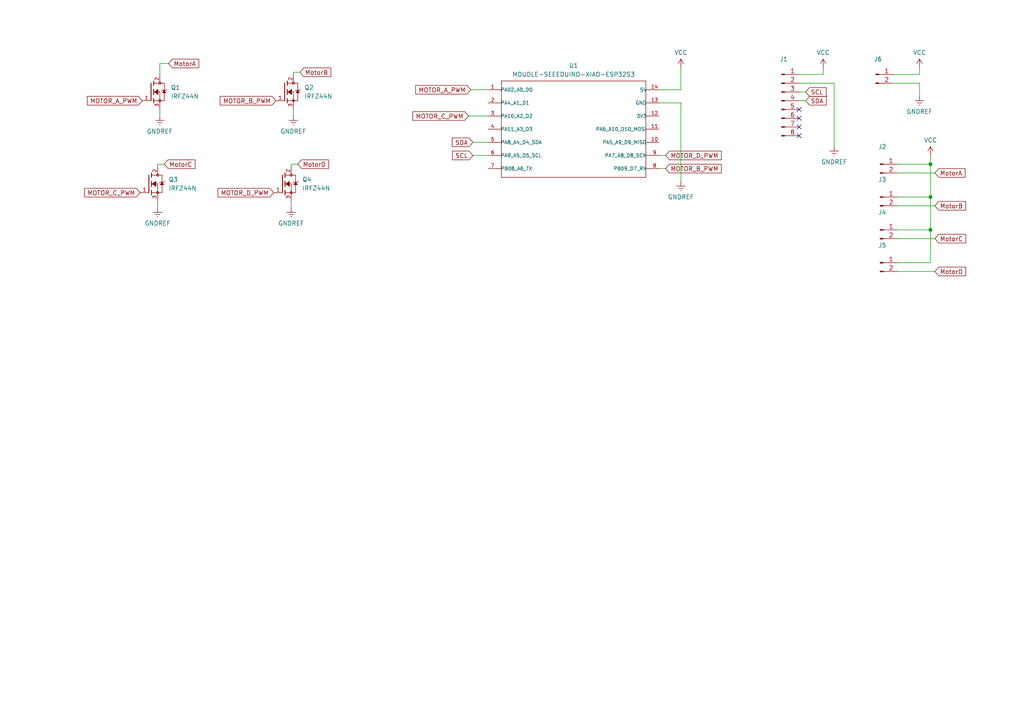
<source format=kicad_sch>
(kicad_sch (version 20230121) (generator eeschema)
  (paper "A4")
  (lib_symbols
    (symbol "Connector:Conn_01x02_Pin" (pin_names (offset 1.016) hide)
      (property "Reference" "J" (at 0 2.54 0))
      (property "Value" "Conn_01x02_Pin" (at 0 -5.08 0))
      (symbol "Conn_01x02_Pin_1_1"
        (polyline (pts (xy 1.27 -2.54) (xy 0.8636 -2.54)) (stroke (width 0.1524)))
        (polyline (pts (xy 1.27 0) (xy 0.8636 0)) (stroke (width 0.1524)))
        (rectangle (start 0.8636 -2.413) (end 0 -2.667) (stroke (width 0.1524)) (fill (type outline)))
        (rectangle (start 0.8636 0.127) (end 0 -0.127) (stroke (width 0.1524)) (fill (type outline)))
        (pin passive line (at 5.08 0 180) (length 3.81) (name "Pin_1") (number "1"))
        (pin passive line (at 5.08 -2.54 180) (length 3.81) (name "Pin_2") (number "2"))
      )
    )
    (symbol "Connector:Conn_01x08_Pin" (pin_names (offset 1.016) hide)
      (property "Reference" "J" (at 0 10.16 0))
      (property "Value" "Conn_01x08_Pin" (at 0 -12.7 0))
      (symbol "Conn_01x08_Pin_1_1"
        (polyline (pts (xy 1.27 -10.16) (xy 0.8636 -10.16)) (stroke (width 0.1524)))
        (polyline (pts (xy 1.27 -7.62) (xy 0.8636 -7.62)) (stroke (width 0.1524)))
        (polyline (pts (xy 1.27 -5.08) (xy 0.8636 -5.08)) (stroke (width 0.1524)))
        (polyline (pts (xy 1.27 -2.54) (xy 0.8636 -2.54)) (stroke (width 0.1524)))
        (polyline (pts (xy 1.27 0) (xy 0.8636 0)) (stroke (width 0.1524)))
        (polyline (pts (xy 1.27 2.54) (xy 0.8636 2.54)) (stroke (width 0.1524)))
        (polyline (pts (xy 1.27 5.08) (xy 0.8636 5.08)) (stroke (width 0.1524)))
        (polyline (pts (xy 1.27 7.62) (xy 0.8636 7.62)) (stroke (width 0.1524)))
        (rectangle (start 0.8636 -10.033) (end 0 -10.287) (stroke (width 0.1524)) (fill (type outline)))
        (rectangle (start 0.8636 -7.493) (end 0 -7.747) (stroke (width 0.1524)) (fill (type outline)))
        (rectangle (start 0.8636 -4.953) (end 0 -5.207) (stroke (width 0.1524)) (fill (type outline)))
        (rectangle (start 0.8636 -2.413) (end 0 -2.667) (stroke (width 0.1524)) (fill (type outline)))
        (rectangle (start 0.8636 0.127) (end 0 -0.127) (stroke (width 0.1524)) (fill (type outline)))
        (rectangle (start 0.8636 2.667) (end 0 2.413) (stroke (width 0.1524)) (fill (type outline)))
        (rectangle (start 0.8636 5.207) (end 0 4.953) (stroke (width 0.1524)) (fill (type outline)))
        (rectangle (start 0.8636 7.747) (end 0 7.493) (stroke (width 0.1524)) (fill (type outline)))
        (pin passive line (at 5.08 7.62 180) (length 3.81) (name "Pin_1") (number "1"))
        (pin passive line (at 5.08 5.08 180) (length 3.81) (name "Pin_2") (number "2"))
        (pin passive line (at 5.08 2.54 180) (length 3.81) (name "Pin_3") (number "3"))
        (pin passive line (at 5.08 0 180) (length 3.81) (name "Pin_4") (number "4"))
        (pin passive line (at 5.08 -2.54 180) (length 3.81) (name "Pin_5") (number "5"))
        (pin passive line (at 5.08 -5.08 180) (length 3.81) (name "Pin_6") (number "6"))
        (pin passive line (at 5.08 -7.62 180) (length 3.81) (name "Pin_7") (number "7"))
        (pin passive line (at 5.08 -10.16 180) (length 3.81) (name "Pin_8") (number "8"))
      )
    )
    (symbol "IRFZ44N:IRFZ44N" (pin_names (offset 1.016))
      (property "Reference" "Q" (at -8.89 2.54 0))
      (property "Value" "IRFZ44N" (at -8.89 -7.62 0))
      (symbol "IRFZ44N_0_0"
        (polyline (pts (xy 0 2.54) (xy 0 -2.54)) (stroke (width 0.254)))
        (polyline (pts (xy 0.762 -2.54) (xy 0.762 -3.175)) (stroke (width 0.254)))
        (polyline (pts (xy 0.762 -1.905) (xy 0.762 -2.54)) (stroke (width 0.254)))
        (polyline (pts (xy 0.762 0) (xy 0.762 -0.762)) (stroke (width 0.254)))
        (polyline (pts (xy 0.762 0) (xy 2.54 0)) (stroke (width 0.1524)))
        (polyline (pts (xy 0.762 0.762) (xy 0.762 0)) (stroke (width 0.254)))
        (polyline (pts (xy 0.762 2.54) (xy 0.762 1.905)) (stroke (width 0.254)))
        (polyline (pts (xy 0.762 2.54) (xy 3.81 2.54)) (stroke (width 0.1524)))
        (polyline (pts (xy 0.762 3.175) (xy 0.762 2.54)) (stroke (width 0.254)))
        (polyline (pts (xy 2.54 -2.54) (xy 0.762 -2.54)) (stroke (width 0.1524)))
        (polyline (pts (xy 2.54 -2.54) (xy 3.81 -2.54)) (stroke (width 0.1524)))
        (polyline (pts (xy 2.54 0) (xy 2.54 -2.54)) (stroke (width 0.1524)))
        (polyline (pts (xy 3.302 0.508) (xy 3.048 0.254)) (stroke (width 0.1524)))
        (polyline (pts (xy 3.81 0.508) (xy 3.302 0.508)) (stroke (width 0.1524)))
        (polyline (pts (xy 3.81 0.508) (xy 3.81 -2.54)) (stroke (width 0.1524)))
        (polyline (pts (xy 3.81 2.54) (xy 3.81 0.508)) (stroke (width 0.1524)))
        (polyline (pts (xy 4.318 0.508) (xy 3.81 0.508)) (stroke (width 0.1524)))
        (polyline (pts (xy 4.572 0.762) (xy 4.318 0.508)) (stroke (width 0.1524)))
        (polyline (pts (xy 1.016 0) (xy 2.032 0.762) (xy 2.032 -0.762) (xy 1.016 0)) (stroke (width 0.1524)) (fill (type outline)))
        (polyline (pts (xy 3.81 0.508) (xy 3.302 -0.254) (xy 4.318 -0.254) (xy 3.81 0.508)) (stroke (width 0.1524)) (fill (type outline)))
        (circle (center 2.54 -2.54) (radius 0.3592))
        (circle (center 2.54 2.54) (radius 0.3592))
        (pin passive line (at -2.54 -2.54 0) (length 2.54) (name "~") (number "1"))
        (pin passive line (at 2.54 5.08 270) (length 2.54) (name "~") (number "2"))
        (pin passive line (at 2.54 -5.08 90) (length 2.54) (name "~") (number "3"))
      )
    )
    (symbol "Xiao_ESP:MOUDLE-SEEEDUINO-XIAO-ESP32S3" (pin_names (offset 1.016))
      (property "Reference" "U" (at -21.59 15.24 0))
      (property "Value" "MOUDLE-SEEEDUINO-XIAO-ESP32S3" (at -21.59 13.97 0))
      (symbol "MOUDLE-SEEEDUINO-XIAO-ESP32S3_0_0"
        (polyline (pts (xy -21.59 -13.97) (xy -21.59 0)) (stroke (width 0.1524)))
        (polyline (pts (xy -21.59 -11.43) (xy -22.86 -11.43)) (stroke (width 0.1524)))
        (polyline (pts (xy -21.59 -7.62) (xy -22.86 -7.62)) (stroke (width 0.1524)))
        (polyline (pts (xy -21.59 -3.81) (xy -22.86 -3.81)) (stroke (width 0.1524)))
        (polyline (pts (xy -21.59 0) (xy -22.86 0)) (stroke (width 0.1524)))
        (polyline (pts (xy -21.59 0) (xy -21.59 3.81)) (stroke (width 0.1524)))
        (polyline (pts (xy -21.59 3.81) (xy -22.86 3.81)) (stroke (width 0.1524)))
        (polyline (pts (xy -21.59 3.81) (xy -21.59 7.62)) (stroke (width 0.1524)))
        (polyline (pts (xy -21.59 7.62) (xy -22.86 7.62)) (stroke (width 0.1524)))
        (polyline (pts (xy -21.59 7.62) (xy -21.59 11.43)) (stroke (width 0.1524)))
        (polyline (pts (xy -21.59 11.43) (xy -22.86 11.43)) (stroke (width 0.1524)))
        (polyline (pts (xy -21.59 11.43) (xy -21.59 13.97)) (stroke (width 0.1524)))
        (polyline (pts (xy -21.59 13.97) (xy 20.32 13.97)) (stroke (width 0.1524)))
        (polyline (pts (xy 20.32 -13.97) (xy -21.59 -13.97)) (stroke (width 0.1524)))
        (polyline (pts (xy 20.32 3.81) (xy 20.32 -13.97)) (stroke (width 0.1524)))
        (polyline (pts (xy 20.32 7.62) (xy 20.32 3.81)) (stroke (width 0.1524)))
        (polyline (pts (xy 20.32 11.43) (xy 20.32 7.62)) (stroke (width 0.1524)))
        (polyline (pts (xy 20.32 13.97) (xy 20.32 11.43)) (stroke (width 0.1524)))
        (polyline (pts (xy 21.59 -11.43) (xy 20.32 -11.43)) (stroke (width 0.1524)))
        (polyline (pts (xy 21.59 -7.62) (xy 20.32 -7.62)) (stroke (width 0.1524)))
        (polyline (pts (xy 21.59 -3.81) (xy 20.32 -3.81)) (stroke (width 0.1524)))
        (polyline (pts (xy 21.59 0) (xy 20.32 0)) (stroke (width 0.1524)))
        (polyline (pts (xy 21.59 3.81) (xy 20.32 3.81)) (stroke (width 0.1524)))
        (polyline (pts (xy 21.59 7.62) (xy 20.32 7.62)) (stroke (width 0.1524)))
        (polyline (pts (xy 21.59 11.43) (xy 20.32 11.43)) (stroke (width 0.1524)))
        (pin bidirectional line (at -25.4 11.43 0) (length 2.54) (name "PA02_A0_D0") (number "1"))
        (pin bidirectional line (at 24.13 -3.81 180) (length 2.54) (name "PA5_A9_D9_MISO") (number "10"))
        (pin bidirectional line (at 24.13 0 180) (length 2.54) (name "PA6_A10_D10_MOSI") (number "11"))
        (pin bidirectional line (at 24.13 3.81 180) (length 2.54) (name "3V3") (number "12"))
        (pin bidirectional line (at 24.13 7.62 180) (length 2.54) (name "GND") (number "13"))
        (pin bidirectional line (at 24.13 11.43 180) (length 2.54) (name "5V") (number "14"))
        (pin bidirectional line (at -25.4 7.62 0) (length 2.54) (name "PA4_A1_D1") (number "2"))
        (pin bidirectional line (at -25.4 3.81 0) (length 2.54) (name "PA10_A2_D2") (number "3"))
        (pin bidirectional line (at -25.4 0 0) (length 2.54) (name "PA11_A3_D3") (number "4"))
        (pin bidirectional line (at -25.4 -3.81 0) (length 2.54) (name "PA8_A4_D4_SDA") (number "5"))
        (pin bidirectional line (at -25.4 -7.62 0) (length 2.54) (name "PA9_A5_D5_SCL") (number "6"))
        (pin bidirectional line (at -25.4 -11.43 0) (length 2.54) (name "PB08_A6_TX") (number "7"))
        (pin bidirectional line (at 24.13 -11.43 180) (length 2.54) (name "PB09_D7_RX") (number "8"))
        (pin bidirectional line (at 24.13 -7.62 180) (length 2.54) (name "PA7_A8_D8_SCK") (number "9"))
      )
    )
    (symbol "power:GNDREF" (power) (pin_names (offset 0))
      (property "Value" "GNDREF" (at 0 -3.81 0))
      (symbol "GNDREF_0_1"
        (polyline (pts (xy -0.635 -1.905) (xy 0.635 -1.905)))
        (polyline (pts (xy -0.127 -2.54) (xy 0.127 -2.54)))
        (polyline (pts (xy 0 -1.27) (xy 0 0)))
        (polyline (pts (xy 1.27 -1.27) (xy -1.27 -1.27)))
      )
      (symbol "GNDREF_1_1"
        (pin power_in line (at 0 0 270) (length 0) hide (name "GNDREF") (number "1"))
      )
    )
    (symbol "power:VCC" (power) (pin_names (offset 0))
      (property "Value" "VCC" (at 0 3.81 0))
      (symbol "VCC_0_1"
        (polyline (pts (xy -0.762 1.27) (xy 0 2.54)))
        (polyline (pts (xy 0 0) (xy 0 2.54)))
        (polyline (pts (xy 0 2.54) (xy 0.762 1.27)))
      )
      (symbol "VCC_1_1"
        (pin power_in line (at 0 0 90) (length 0) hide (name "VCC") (number "1"))
      )
    )
  )
  (junction (at 269.875 57.15))
  (junction (at 269.875 66.675))
  (junction (at 269.875 47.625))
  (no_connect (at 231.775 39.37))
  (no_connect (at 231.775 34.29))
  (no_connect (at 231.775 31.75))
  (no_connect (at 231.775 36.83))
  (wire (pts (xy 260.35 66.675) (xy 269.875 66.675)))
  (wire (pts (xy 238.76 19.685) (xy 238.76 21.59)))
  (wire (pts (xy 269.875 57.15) (xy 269.875 66.675)))
  (wire (pts (xy 260.35 59.69) (xy 271.145 59.69)))
  (wire (pts (xy 45.72 47.625) (xy 45.72 48.26)))
  (wire (pts (xy 197.485 29.845) (xy 197.485 52.705)))
  (wire (pts (xy 266.7 19.685) (xy 266.7 21.59)))
  (wire (pts (xy 269.875 57.15) (xy 269.875 47.625)))
  (wire (pts (xy 231.775 21.59) (xy 238.76 21.59)))
  (wire (pts (xy 84.455 47.625) (xy 86.36 47.625)))
  (wire (pts (xy 260.35 78.74) (xy 271.145 78.74)))
  (wire (pts (xy 84.455 58.42) (xy 84.455 60.325)))
  (wire (pts (xy 46.355 31.75) (xy 46.355 33.655)))
  (wire (pts (xy 197.485 26.035) (xy 197.485 19.685)))
  (wire (pts (xy 85.09 20.955) (xy 85.09 21.59)))
  (wire (pts (xy 231.775 24.13) (xy 241.935 24.13)))
  (wire (pts (xy 266.7 24.13) (xy 266.7 27.94)))
  (wire (pts (xy 260.35 76.2) (xy 269.875 76.2)))
  (wire (pts (xy 259.08 24.13) (xy 266.7 24.13)))
  (wire (pts (xy 84.455 47.625) (xy 84.455 48.26)))
  (wire (pts (xy 137.16 41.275) (xy 141.605 41.275)))
  (wire (pts (xy 191.135 29.845) (xy 197.485 29.845)))
  (wire (pts (xy 191.135 26.035) (xy 197.485 26.035)))
  (wire (pts (xy 191.135 48.895) (xy 193.04 48.895)))
  (wire (pts (xy 260.35 69.215) (xy 271.145 69.215)))
  (wire (pts (xy 231.775 26.67) (xy 233.68 26.67)))
  (wire (pts (xy 85.09 20.955) (xy 86.995 20.955)))
  (wire (pts (xy 241.935 24.13) (xy 241.935 42.545)))
  (wire (pts (xy 259.08 21.59) (xy 266.7 21.59)))
  (wire (pts (xy 46.355 18.415) (xy 46.355 21.59)))
  (wire (pts (xy 48.895 18.415) (xy 46.355 18.415)))
  (wire (pts (xy 269.875 47.625) (xy 269.875 45.085)))
  (wire (pts (xy 260.35 50.165) (xy 271.145 50.165)))
  (wire (pts (xy 260.35 57.15) (xy 269.875 57.15)))
  (wire (pts (xy 136.525 26.035) (xy 141.605 26.035)))
  (wire (pts (xy 45.72 58.42) (xy 45.72 60.325)))
  (wire (pts (xy 135.89 33.655) (xy 141.605 33.655)))
  (wire (pts (xy 260.35 47.625) (xy 269.875 47.625)))
  (wire (pts (xy 231.775 29.21) (xy 233.68 29.21)))
  (wire (pts (xy 191.135 45.085) (xy 193.04 45.085)))
  (wire (pts (xy 85.09 31.75) (xy 85.09 33.655)))
  (wire (pts (xy 137.16 45.085) (xy 141.605 45.085)))
  (wire (pts (xy 45.72 47.625) (xy 47.625 47.625)))
  (wire (pts (xy 269.875 66.675) (xy 269.875 76.2)))
  (global_label "MotorD" (shape input) (at 271.145 78.74 0) (property "Intersheetrefs" "${INTERSHEET_REFS}" (effects hide)))
  (global_label "MotorD" (shape input) (at 86.36 47.625 0) (property "Intersheetrefs" "${INTERSHEET_REFS}" (effects hide)))
  (global_label "MOTOR_C_PWM" (shape input) (at 40.64 55.88 180) (property "Intersheetrefs" "${INTERSHEET_REFS}" (effects hide)))
  (global_label "MOTOR_B_PWM" (shape input) (at 193.04 48.895 0) (property "Intersheetrefs" "${INTERSHEET_REFS}" (effects hide)))
  (global_label "MOTOR_D_PWM" (shape input) (at 193.04 45.085 0) (property "Intersheetrefs" "${INTERSHEET_REFS}" (effects hide)))
  (global_label "MotorC" (shape input) (at 271.145 69.215 0) (property "Intersheetrefs" "${INTERSHEET_REFS}" (effects hide)))
  (global_label "MotorA" (shape input) (at 271.145 50.165 0) (property "Intersheetrefs" "${INTERSHEET_REFS}" (effects hide)))
  (global_label "MotorB" (shape input) (at 86.995 20.955 0) (property "Intersheetrefs" "${INTERSHEET_REFS}" (effects hide)))
  (global_label "SDA" (shape input) (at 137.16 41.275 180) (property "Intersheetrefs" "${INTERSHEET_REFS}" (effects hide)))
  (global_label "MOTOR_A_PWM" (shape input) (at 41.275 29.21 180) (property "Intersheetrefs" "${INTERSHEET_REFS}" (effects hide)))
  (global_label "SDA" (shape input) (at 233.68 29.21 0) (property "Intersheetrefs" "${INTERSHEET_REFS}" (effects hide)))
  (global_label "MOTOR_D_PWM" (shape input) (at 79.375 55.88 180) (property "Intersheetrefs" "${INTERSHEET_REFS}" (effects hide)))
  (global_label "SCL" (shape input) (at 233.68 26.67 0) (property "Intersheetrefs" "${INTERSHEET_REFS}" (effects hide)))
  (global_label "MOTOR_A_PWM" (shape input) (at 136.525 26.035 180) (property "Intersheetrefs" "${INTERSHEET_REFS}" (effects hide)))
  (global_label "SCL" (shape input) (at 137.16 45.085 180) (property "Intersheetrefs" "${INTERSHEET_REFS}" (effects hide)))
  (global_label "MotorB" (shape input) (at 271.145 59.69 0) (property "Intersheetrefs" "${INTERSHEET_REFS}" (effects hide)))
  (global_label "MotorA" (shape input) (at 48.895 18.415 0) (property "Intersheetrefs" "${INTERSHEET_REFS}" (effects hide)))
  (global_label "MotorC" (shape input) (at 47.625 47.625 0) (property "Intersheetrefs" "${INTERSHEET_REFS}" (effects hide)))
  (global_label "MOTOR_C_PWM" (shape input) (at 135.89 33.655 180) (property "Intersheetrefs" "${INTERSHEET_REFS}" (effects hide)))
  (global_label "MOTOR_B_PWM" (shape input) (at 80.01 29.21 180) (property "Intersheetrefs" "${INTERSHEET_REFS}" (effects hide)))
  (symbol (lib_id "power:GNDREF") (at 85.09 33.655 0) (unit 1)
    (property "Reference" "#PWR02" (effects hide))
    (property "Value" "GNDREF" (at 85.09 38.1 0))
  )
  (symbol (lib_id "IRFZ44N:IRFZ44N") (at 43.815 26.67 0) (unit 1)
    (property "Reference" "Q1" (at 49.53 25.4 0) (effects (justify left)))
    (property "Value" "IRFZ44N" (at 49.53 27.94 0) (effects (justify left)))
    (property "Footprint" "IRFZ44N:irfz44n" (effects hide))
  )
  (symbol (lib_id "power:GNDREF") (at 84.455 60.325 0) (unit 1)
    (property "Reference" "#PWR04" (effects hide))
    (property "Value" "GNDREF" (at 84.455 64.77 0))
  )
  (symbol (lib_id "power:VCC") (at 197.485 19.685 0) (unit 1)
    (property "Reference" "#PWR09" (effects hide))
    (property "Value" "VCC" (at 197.485 15.24 0))
  )
  (symbol (lib_id "Connector:Conn_01x02_Pin") (at 254 21.59 0) (unit 1)
    (property "Reference" "J6" (at 254.635 17.145 0))
    (property "Value" "Conn_01x02_Pin" (effects hide))
    (property "Footprint" "Connector_PinHeader_2.54mm:PinHeader_1x02_P2.54mm_Vertical" (effects hide))
  )
  (symbol (lib_id "Connector:Conn_01x02_Pin") (at 255.27 47.625 0) (unit 1)
    (property "Reference" "J2" (at 255.905 42.545 0))
    (property "Value" "Conn_01x02_Pin" (effects hide))
    (property "Footprint" "Connector_PinHeader_2.54mm:PinHeader_1x02_P2.54mm_Vertical" (effects hide))
  )
  (symbol (lib_id "power:VCC") (at 266.7 19.685 0) (unit 1)
    (property "Reference" "#PWR014" (effects hide))
    (property "Value" "VCC" (at 266.7 15.24 0))
  )
  (symbol (lib_id "power:VCC") (at 269.875 45.085 0) (unit 1)
    (property "Reference" "#PWR05" (effects hide))
    (property "Value" "VCC" (at 269.875 40.64 0))
  )
  (symbol (lib_id "power:GNDREF") (at 46.355 33.655 0) (unit 1)
    (property "Reference" "#PWR01" (effects hide))
    (property "Value" "GNDREF" (at 46.355 38.1 0))
  )
  (symbol (lib_id "Connector:Conn_01x08_Pin") (at 226.695 29.21 0) (unit 1)
    (property "Reference" "J1" (at 227.33 17.145 0))
    (property "Value" "Conn_01x08_Pin" (effects hide))
    (property "Footprint" "Connector_PinHeader_2.54mm:PinHeader_1x08_P2.54mm_Vertical" (effects hide))
  )
  (symbol (lib_id "IRFZ44N:IRFZ44N") (at 82.55 26.67 0) (unit 1)
    (property "Reference" "Q2" (at 88.265 25.4 0) (effects (justify left)))
    (property "Value" "IRFZ44N" (at 88.265 27.94 0) (effects (justify left)))
    (property "Footprint" "IRFZ44N:irfz44n" (effects hide))
  )
  (symbol (lib_id "Connector:Conn_01x02_Pin") (at 255.27 76.2 0) (unit 1)
    (property "Reference" "J5" (at 255.905 71.12 0))
    (property "Value" "Conn_01x02_Pin" (effects hide))
    (property "Footprint" "Connector_PinHeader_2.54mm:PinHeader_1x02_P2.54mm_Vertical" (effects hide))
  )
  (symbol (lib_id "IRFZ44N:IRFZ44N") (at 43.18 53.34 0) (unit 1)
    (property "Reference" "Q3" (at 48.895 52.07 0) (effects (justify left)))
    (property "Value" "IRFZ44N" (at 48.895 54.61 0) (effects (justify left)))
    (property "Footprint" "IRFZ44N:irfz44n" (effects hide))
  )
  (symbol (lib_id "power:GNDREF") (at 241.935 42.545 0) (unit 1)
    (property "Reference" "#PWR012" (effects hide))
    (property "Value" "GNDREF" (at 241.935 46.99 0))
  )
  (symbol (lib_id "Xiao_ESP:MOUDLE-SEEEDUINO-XIAO-ESP32S3") (at 167.005 37.465 0) (unit 1)
    (property "Reference" "U1" (at 166.37 19.05 0))
    (property "Value" "MOUDLE-SEEEDUINO-XIAO-ESP32S3" (at 166.37 21.59 0))
    (property "Footprint" "Xiao_Esp32:Xiao_esp32s3_sense" (effects hide))
  )
  (symbol (lib_id "power:GNDREF") (at 197.485 52.705 0) (unit 1)
    (property "Reference" "#PWR010" (effects hide))
    (property "Value" "GNDREF" (at 197.485 57.15 0))
  )
  (symbol (lib_id "IRFZ44N:IRFZ44N") (at 81.915 53.34 0) (unit 1)
    (property "Reference" "Q4" (at 87.63 52.07 0) (effects (justify left)))
    (property "Value" "IRFZ44N" (at 87.63 54.61 0) (effects (justify left)))
    (property "Footprint" "IRFZ44N:irfz44n" (effects hide))
  )
  (symbol (lib_id "power:GNDREF") (at 266.7 27.94 0) (unit 1)
    (property "Reference" "#PWR015" (effects hide))
    (property "Value" "GNDREF" (at 266.7 32.385 0))
  )
  (symbol (lib_id "power:VCC") (at 238.76 19.685 0) (unit 1)
    (property "Reference" "#PWR011" (effects hide))
    (property "Value" "VCC" (at 238.76 15.24 0))
  )
  (symbol (lib_id "Connector:Conn_01x02_Pin") (at 255.27 66.675 0) (unit 1)
    (property "Reference" "J4" (at 255.905 61.595 0))
    (property "Value" "Conn_01x02_Pin" (effects hide))
    (property "Footprint" "Connector_PinHeader_2.54mm:PinHeader_1x02_P2.54mm_Vertical" (effects hide))
  )
  (symbol (lib_id "power:GNDREF") (at 45.72 60.325 0) (unit 1)
    (property "Reference" "#PWR03" (effects hide))
    (property "Value" "GNDREF" (at 45.72 64.77 0))
  )
  (symbol (lib_id "Connector:Conn_01x02_Pin") (at 255.27 57.15 0) (unit 1)
    (property "Reference" "J3" (at 255.905 52.07 0))
    (property "Value" "Conn_01x02_Pin" (effects hide))
    (property "Footprint" "Connector_PinHeader_2.54mm:PinHeader_1x02_P2.54mm_Vertical" (effects hide))
  )
)
</source>
